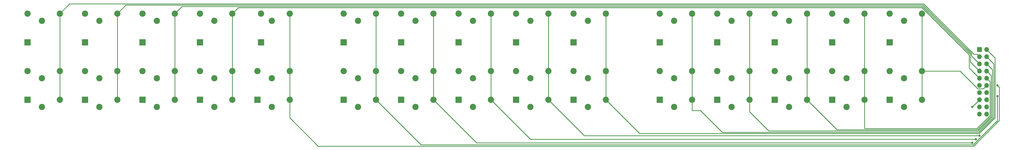
<source format=gbr>
G04 #@! TF.GenerationSoftware,KiCad,Pcbnew,5.1.4-e60b266~84~ubuntu18.04.1*
G04 #@! TF.CreationDate,2019-09-03T19:41:16+02:00*
G04 #@! TF.ProjectId,xFaders_keys,78466164-6572-4735-9f6b-6579732e6b69,rev?*
G04 #@! TF.SameCoordinates,Original*
G04 #@! TF.FileFunction,Copper,L1,Top*
G04 #@! TF.FilePolarity,Positive*
%FSLAX46Y46*%
G04 Gerber Fmt 4.6, Leading zero omitted, Abs format (unit mm)*
G04 Created by KiCad (PCBNEW 5.1.4-e60b266~84~ubuntu18.04.1) date 2019-09-03 19:41:16*
%MOMM*%
%LPD*%
G04 APERTURE LIST*
%ADD10C,2.200000*%
%ADD11O,2.200000X2.200000*%
%ADD12R,2.200000X2.200000*%
%ADD13O,1.700000X1.700000*%
%ADD14R,1.700000X1.700000*%
%ADD15C,0.800000*%
%ADD16C,0.250000*%
G04 APERTURE END LIST*
D10*
X133350000Y-147320000D03*
X139700000Y-144780000D03*
X356870000Y-147320000D03*
X363220000Y-144780000D03*
D11*
X351790000Y-165100000D03*
D12*
X351790000Y-175260000D03*
D11*
X331470000Y-165100000D03*
D12*
X331470000Y-175260000D03*
D11*
X311150000Y-165100000D03*
D12*
X311150000Y-175260000D03*
D11*
X290830000Y-165100000D03*
D12*
X290830000Y-175260000D03*
D11*
X270510000Y-165100000D03*
D12*
X270510000Y-175260000D03*
D11*
X351790000Y-144780000D03*
D12*
X351790000Y-154940000D03*
D11*
X331470000Y-144780000D03*
D12*
X331470000Y-154940000D03*
D11*
X311150000Y-144780000D03*
D12*
X311150000Y-154940000D03*
D11*
X290830000Y-144780000D03*
D12*
X290830000Y-154940000D03*
D11*
X270510000Y-144780000D03*
D12*
X270510000Y-154940000D03*
D11*
X240030000Y-165100000D03*
D12*
X240030000Y-175260000D03*
D11*
X219710000Y-165100000D03*
D12*
X219710000Y-175260000D03*
D11*
X199390000Y-165100000D03*
D12*
X199390000Y-175260000D03*
D11*
X179070000Y-165100000D03*
D12*
X179070000Y-175260000D03*
D11*
X158750000Y-165100000D03*
D12*
X158750000Y-175260000D03*
D11*
X240030000Y-144780000D03*
D12*
X240030000Y-154940000D03*
D11*
X219710000Y-144780000D03*
D12*
X219710000Y-154940000D03*
D11*
X199390000Y-144780000D03*
D12*
X199390000Y-154940000D03*
D11*
X179070000Y-144780000D03*
D12*
X179070000Y-154940000D03*
D11*
X158750000Y-144780000D03*
D12*
X158750000Y-154940000D03*
D11*
X128270000Y-165100000D03*
D12*
X128270000Y-175260000D03*
D11*
X107950000Y-165100000D03*
D12*
X107950000Y-175260000D03*
D11*
X87630000Y-165100000D03*
D12*
X87630000Y-175260000D03*
D11*
X67310000Y-165100000D03*
D12*
X67310000Y-175260000D03*
D11*
X46990000Y-165100000D03*
D12*
X46990000Y-175260000D03*
D11*
X129540000Y-144780000D03*
D12*
X129540000Y-154940000D03*
D11*
X107950000Y-144780000D03*
D12*
X107950000Y-154940000D03*
D11*
X87630000Y-144780000D03*
D12*
X87630000Y-154940000D03*
D11*
X67310000Y-144780000D03*
D12*
X67310000Y-154940000D03*
D11*
X46990000Y-144780000D03*
D12*
X46990000Y-154940000D03*
D10*
X356870000Y-177800000D03*
X363220000Y-175260000D03*
X356870000Y-167640000D03*
X363220000Y-165100000D03*
X336550000Y-177800000D03*
X342900000Y-175260000D03*
X316230000Y-177800000D03*
X322580000Y-175260000D03*
X295910000Y-177800000D03*
X302260000Y-175260000D03*
X275590000Y-167640000D03*
X281940000Y-165100000D03*
X336550000Y-167640000D03*
X342900000Y-165100000D03*
X316230000Y-167640000D03*
X322580000Y-165100000D03*
X295910000Y-167640000D03*
X302260000Y-165100000D03*
X275590000Y-177800000D03*
X281940000Y-175260000D03*
X336550000Y-147320000D03*
X342900000Y-144780000D03*
X316230000Y-147320000D03*
X322580000Y-144780000D03*
X295910000Y-147320000D03*
X302260000Y-144780000D03*
X275590000Y-147320000D03*
X281940000Y-144780000D03*
X245110000Y-177800000D03*
X251460000Y-175260000D03*
X224790000Y-177800000D03*
X231140000Y-175260000D03*
X204470000Y-177800000D03*
X210820000Y-175260000D03*
X184150000Y-177800000D03*
X190500000Y-175260000D03*
X163830000Y-177800000D03*
X170180000Y-175260000D03*
X245110000Y-167640000D03*
X251460000Y-165100000D03*
X224790000Y-167640000D03*
X231140000Y-165100000D03*
X204470000Y-167640000D03*
X210820000Y-165100000D03*
X184150000Y-167640000D03*
X190500000Y-165100000D03*
X163830000Y-167640000D03*
X170180000Y-165100000D03*
X245110000Y-147320000D03*
X251460000Y-144780000D03*
X224790000Y-147320000D03*
X231140000Y-144780000D03*
X204470000Y-147320000D03*
X210820000Y-144780000D03*
X184150000Y-147320000D03*
X190500000Y-144780000D03*
X163830000Y-147320000D03*
X170180000Y-144780000D03*
X133350000Y-177800000D03*
X139700000Y-175260000D03*
X113030000Y-177800000D03*
X119380000Y-175260000D03*
X92710000Y-177800000D03*
X99060000Y-175260000D03*
X72390000Y-177800000D03*
X78740000Y-175260000D03*
X52070000Y-177800000D03*
X58420000Y-175260000D03*
X133350000Y-167640000D03*
X139700000Y-165100000D03*
X113030000Y-167640000D03*
X119380000Y-165100000D03*
X92710000Y-167640000D03*
X99060000Y-165100000D03*
X72390000Y-167640000D03*
X78740000Y-165100000D03*
X52070000Y-167640000D03*
X58420000Y-165100000D03*
X113030000Y-147320000D03*
X119380000Y-144780000D03*
X92710000Y-147320000D03*
X99060000Y-144780000D03*
X72390000Y-147320000D03*
X78740000Y-144780000D03*
X52070000Y-147320000D03*
X58420000Y-144780000D03*
D13*
X386080000Y-180340000D03*
X383540000Y-180340000D03*
X386080000Y-177800000D03*
X383540000Y-177800000D03*
X386080000Y-175260000D03*
X383540000Y-175260000D03*
X386080000Y-172720000D03*
X383540000Y-172720000D03*
X386080000Y-170180000D03*
X383540000Y-170180000D03*
X386080000Y-167640000D03*
X383540000Y-167640000D03*
X386080000Y-165100000D03*
X383540000Y-165100000D03*
X386080000Y-162560000D03*
X383540000Y-162560000D03*
X386080000Y-160020000D03*
X383540000Y-160020000D03*
X386080000Y-157480000D03*
D14*
X383540000Y-157480000D03*
D15*
X383540000Y-187960000D03*
X382270000Y-189230000D03*
X381000000Y-190500000D03*
X381000000Y-177800000D03*
X389890000Y-173990000D03*
X389890000Y-170180000D03*
D16*
X231140000Y-144780000D02*
X231140000Y-165100000D01*
X231140000Y-165100000D02*
X231140000Y-175260000D01*
X231140000Y-175260000D02*
X243840000Y-187960000D01*
X243840000Y-187960000D02*
X383540000Y-187960000D01*
X210820000Y-144780000D02*
X210820000Y-165100000D01*
X210820000Y-165100000D02*
X210820000Y-175260000D01*
X210820000Y-175260000D02*
X224790000Y-189230000D01*
X224790000Y-189230000D02*
X382270000Y-189230000D01*
X190500000Y-144780000D02*
X190500000Y-165100000D01*
X190500000Y-165100000D02*
X190500000Y-175260000D01*
X190500000Y-175260000D02*
X205740000Y-190500000D01*
X205740000Y-190500000D02*
X381000000Y-190500000D01*
X381000000Y-177800000D02*
X383540000Y-175260000D01*
X170180000Y-144780000D02*
X170180000Y-165100000D01*
X170180000Y-165100000D02*
X170180000Y-175260000D01*
X389890000Y-182683002D02*
X389890000Y-173990000D01*
X381348001Y-191225001D02*
X389890000Y-182683002D01*
X170180000Y-175260000D02*
X186145001Y-191225001D01*
X186145001Y-191225001D02*
X381348001Y-191225001D01*
X363220000Y-165100000D02*
X363220000Y-175260000D01*
X363220000Y-150660998D02*
X363220000Y-144780000D01*
X363220000Y-165100000D02*
X363220000Y-150660998D01*
X385230001Y-171029999D02*
X386080000Y-170180000D01*
X384904999Y-171355001D02*
X385230001Y-171029999D01*
X382975999Y-171355001D02*
X384904999Y-171355001D01*
X376720998Y-165100000D02*
X382975999Y-171355001D01*
X363220000Y-165100000D02*
X376720998Y-165100000D01*
X139700000Y-144780000D02*
X139700000Y-165100000D01*
X139700000Y-165100000D02*
X139700000Y-175260000D01*
X390615001Y-182594411D02*
X390615001Y-170905001D01*
X390615001Y-170905001D02*
X389890000Y-170180000D01*
X153575010Y-191675010D02*
X381534402Y-191675010D01*
X381534402Y-191675010D02*
X390615001Y-182594411D01*
X139700000Y-176815634D02*
X139700000Y-175260000D01*
X139700000Y-181671000D02*
X139700000Y-176815634D01*
X149704010Y-191675010D02*
X139700000Y-181671000D01*
X153575010Y-191675010D02*
X149704010Y-191675010D01*
X342900000Y-165100000D02*
X342900000Y-175260000D01*
X342900000Y-165100000D02*
X342900000Y-144780000D01*
X342900000Y-175260000D02*
X342900000Y-185420000D01*
X342900000Y-185420000D02*
X382739002Y-185420000D01*
X386929999Y-168489999D02*
X386080000Y-167640000D01*
X387255001Y-168815001D02*
X386929999Y-168489999D01*
X387255001Y-180904001D02*
X387255001Y-168815001D01*
X382739002Y-185420000D02*
X387255001Y-180904001D01*
X119380000Y-175260000D02*
X119380000Y-165100000D01*
X119380000Y-165100000D02*
X119380000Y-144780000D01*
X121469990Y-142690010D02*
X119380000Y-144780000D01*
X363239012Y-142690010D02*
X121469990Y-142690010D01*
X382690001Y-166790001D02*
X383540000Y-167640000D01*
X379885891Y-163985891D02*
X382690001Y-166790001D01*
X379885891Y-159336889D02*
X379885891Y-163985891D01*
X363239012Y-142690010D02*
X379885891Y-159336889D01*
X322580000Y-165100000D02*
X322580000Y-175260000D01*
X387705011Y-166725011D02*
X386929999Y-165949999D01*
X387705011Y-181090401D02*
X387705011Y-166725011D01*
X386929999Y-165949999D02*
X386080000Y-165100000D01*
X333190009Y-185870009D02*
X382925403Y-185870009D01*
X382925403Y-185870009D02*
X387705011Y-181090401D01*
X322580000Y-175260000D02*
X333190009Y-185870009D01*
X322580000Y-144780000D02*
X322580000Y-165100000D01*
X99060000Y-169278998D02*
X99060000Y-165100000D01*
X99060000Y-175260000D02*
X99060000Y-169278998D01*
X99060000Y-165100000D02*
X99060000Y-144780000D01*
X380335901Y-161895901D02*
X383540000Y-165100000D01*
X380335901Y-159150489D02*
X380335901Y-161895901D01*
X99060000Y-144780000D02*
X101600000Y-142240000D01*
X363425412Y-142240000D02*
X380335901Y-159150489D01*
X101600000Y-142240000D02*
X363425412Y-142240000D01*
X386929999Y-163409999D02*
X386080000Y-162560000D01*
X388155021Y-181276801D02*
X388155021Y-164635021D01*
X383111804Y-186320018D02*
X388155021Y-181276801D01*
X309041016Y-186320018D02*
X383111804Y-186320018D01*
X302260000Y-179539002D02*
X309041016Y-186320018D01*
X388155021Y-164635021D02*
X386929999Y-163409999D01*
X302260000Y-175260000D02*
X302260000Y-179539002D01*
X302260000Y-175260000D02*
X302260000Y-165100000D01*
X302260000Y-165100000D02*
X302260000Y-144780000D01*
X78740000Y-169278998D02*
X78740000Y-165100000D01*
X78740000Y-175260000D02*
X78740000Y-169278998D01*
X78740000Y-150660998D02*
X78740000Y-144780000D01*
X78740000Y-165100000D02*
X78740000Y-150660998D01*
X380785911Y-159805911D02*
X383540000Y-162560000D01*
X380785911Y-158964089D02*
X380785911Y-159805911D01*
X363611813Y-141789991D02*
X380785911Y-158964089D01*
X78740000Y-144780000D02*
X81730010Y-141789990D01*
X81730010Y-141789990D02*
X363611813Y-141789991D01*
X281940000Y-144780000D02*
X281940000Y-165100000D01*
X281940000Y-165100000D02*
X281940000Y-175260000D01*
X281940000Y-175260000D02*
X281940000Y-179070000D01*
X386929999Y-160869999D02*
X386080000Y-160020000D01*
X388605031Y-162545031D02*
X386929999Y-160869999D01*
X388605031Y-181463201D02*
X388605031Y-162545031D01*
X383298205Y-186770027D02*
X388605031Y-181463201D01*
X292649030Y-186770028D02*
X383298205Y-186770027D01*
X284949002Y-179070000D02*
X292649030Y-186770028D01*
X281940000Y-179070000D02*
X284949002Y-179070000D01*
X58420000Y-175260000D02*
X58420000Y-165100000D01*
X58420000Y-165100000D02*
X58420000Y-144780000D01*
X61860019Y-141339981D02*
X58420000Y-144780000D01*
X363798213Y-141339981D02*
X61860019Y-141339981D01*
X381628233Y-159170001D02*
X363798213Y-141339981D01*
X382690001Y-159170001D02*
X381628233Y-159170001D01*
X383540000Y-160020000D02*
X382690001Y-159170001D01*
X251460000Y-144780000D02*
X251460000Y-165100000D01*
X251460000Y-165100000D02*
X251460000Y-175260000D01*
X386929999Y-158329999D02*
X386080000Y-157480000D01*
X389055041Y-181649601D02*
X389055041Y-160455041D01*
X389055041Y-160455041D02*
X386929999Y-158329999D01*
X383484606Y-187220036D02*
X389055041Y-181649601D01*
X263420036Y-187220036D02*
X383484606Y-187220036D01*
X251460000Y-175260000D02*
X263420036Y-187220036D01*
M02*

</source>
